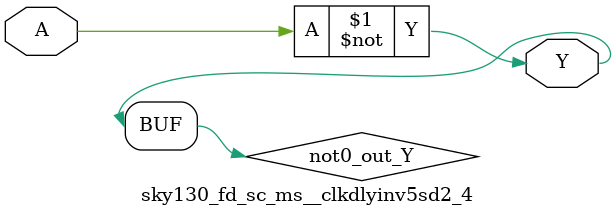
<source format=v>
module sky130_fd_sc_ms__clkdlyinv5sd2_4 (
    Y,
    A
);
    output Y;
    input  A;
    wire not0_out_Y;
    not not0 (not0_out_Y, A              );
    buf buf0 (Y         , not0_out_Y     );
endmodule
</source>
